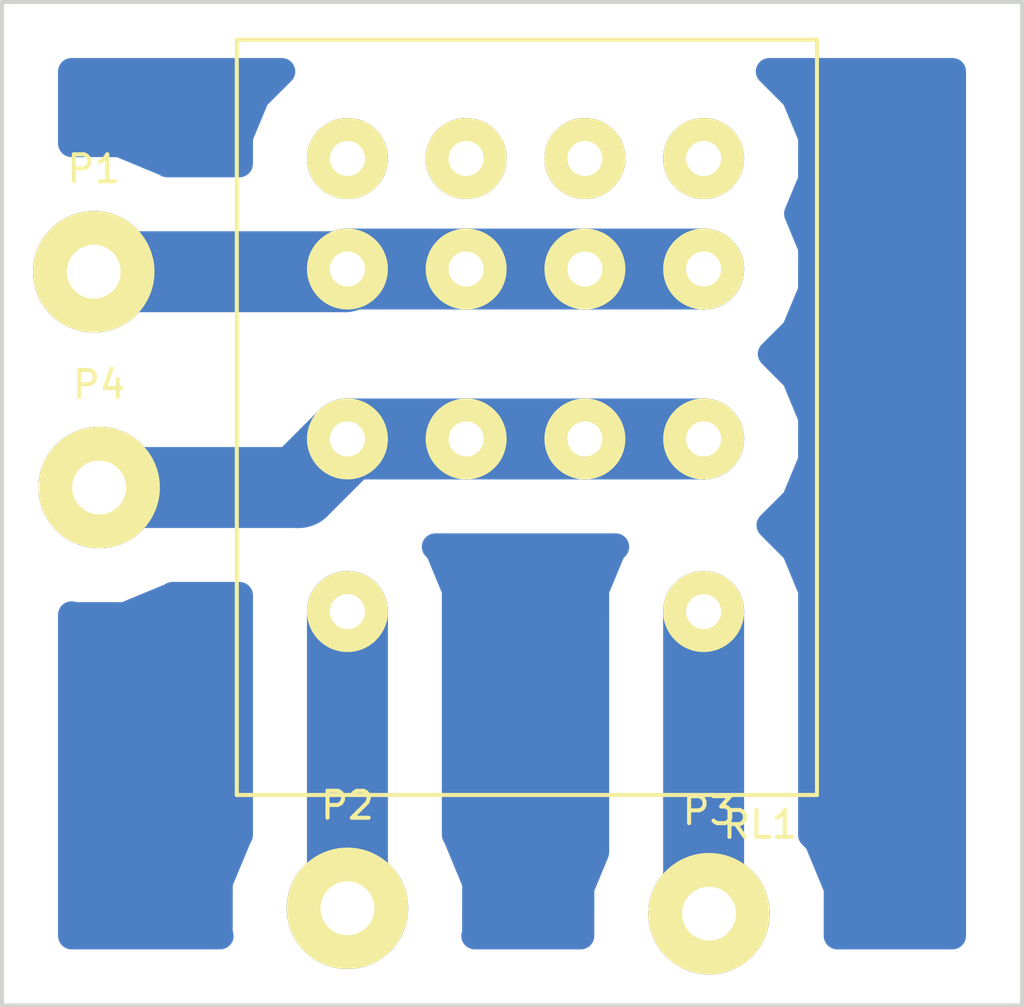
<source format=kicad_pcb>
(kicad_pcb (version 4) (host pcbnew 4.0.2-stable)

  (general
    (links 10)
    (no_connects 0)
    (area 98.524999 71.724999 136.475001 110.385)
    (thickness 1.6)
    (drawings 4)
    (tracks 13)
    (zones 0)
    (modules 5)
    (nets 9)
  )

  (page A4)
  (layers
    (0 F.Cu jumper)
    (31 B.Cu signal)
    (37 F.SilkS user)
    (44 Edge.Cuts user)
    (45 Margin user)
  )

  (setup
    (last_trace_width 3)
    (trace_clearance 0.2)
    (zone_clearance 2)
    (zone_45_only no)
    (trace_min 0.2)
    (segment_width 0.2)
    (edge_width 0.15)
    (via_size 0.6)
    (via_drill 0.4)
    (via_min_size 0.4)
    (via_min_drill 0.3)
    (uvia_size 0.3)
    (uvia_drill 0.1)
    (uvias_allowed no)
    (uvia_min_size 0.2)
    (uvia_min_drill 0.1)
    (pcb_text_width 0.3)
    (pcb_text_size 1.5 1.5)
    (mod_edge_width 0.15)
    (mod_text_size 1 1)
    (mod_text_width 0.15)
    (pad_size 4.50088 4.50088)
    (pad_drill 1.99898)
    (pad_to_mask_clearance 0.2)
    (aux_axis_origin 0 0)
    (visible_elements FFFFFF7F)
    (pcbplotparams
      (layerselection 0x00000_80000000)
      (usegerberextensions false)
      (excludeedgelayer false)
      (linewidth 0.100000)
      (plotframeref false)
      (viasonmask false)
      (mode 1)
      (useauxorigin false)
      (hpglpennumber 1)
      (hpglpenspeed 20)
      (hpglpendiameter 15)
      (hpglpenoverlay 2)
      (psnegative false)
      (psa4output false)
      (plotreference true)
      (plotvalue true)
      (plotinvisibletext false)
      (padsonsilk false)
      (subtractmaskfromsilk false)
      (outputformat 4)
      (mirror true)
      (drillshape 1)
      (scaleselection 1)
      (outputdirectory ""))
  )

  (net 0 "")
  (net 1 "Net-(P1-Pad1)")
  (net 2 "Net-(P2-Pad1)")
  (net 3 "Net-(P3-Pad1)")
  (net 4 "Net-(P4-Pad1)")
  (net 5 "Net-(RL1-Pad4)")
  (net 6 "Net-(RL1-Pad3)")
  (net 7 "Net-(RL1-Pad2)")
  (net 8 "Net-(RL1-Pad1)")

  (net_class Default "This is the default net class."
    (clearance 0.2)
    (trace_width 3)
    (via_dia 0.6)
    (via_drill 0.4)
    (uvia_dia 0.3)
    (uvia_drill 0.1)
    (add_net "Net-(P1-Pad1)")
    (add_net "Net-(P2-Pad1)")
    (add_net "Net-(P3-Pad1)")
    (add_net "Net-(P4-Pad1)")
    (add_net "Net-(RL1-Pad1)")
    (add_net "Net-(RL1-Pad2)")
    (add_net "Net-(RL1-Pad3)")
    (add_net "Net-(RL1-Pad4)")
  )

  (module Wire_Pads:SolderWirePad_single_2mmDrill (layer F.Cu) (tedit 0) (tstamp 57A9743A)
    (at 102 81.8)
    (path /579DE6ED)
    (fp_text reference P1 (at 0 -3.81) (layer F.SilkS)
      (effects (font (size 1 1) (thickness 0.15)))
    )
    (fp_text value P1 (at -0.635 3.81) (layer F.Fab)
      (effects (font (size 1 1) (thickness 0.15)))
    )
    (pad 1 thru_hole circle (at 0 0) (size 4.50088 4.50088) (drill 1.99898) (layers *.Cu *.Mask F.SilkS)
      (net 1 "Net-(P1-Pad1)"))
  )

  (module Wire_Pads:SolderWirePad_single_2mmDrill (layer F.Cu) (tedit 0) (tstamp 57A9743F)
    (at 111.4 105.4)
    (path /579DE61E)
    (fp_text reference P2 (at 0 -3.81) (layer F.SilkS)
      (effects (font (size 1 1) (thickness 0.15)))
    )
    (fp_text value R1 (at -0.635 3.81) (layer F.Fab)
      (effects (font (size 1 1) (thickness 0.15)))
    )
    (pad 1 thru_hole circle (at 0 0) (size 4.50088 4.50088) (drill 1.99898) (layers *.Cu *.Mask F.SilkS)
      (net 2 "Net-(P2-Pad1)"))
  )

  (module Wire_Pads:SolderWirePad_single_2mmDrill (layer F.Cu) (tedit 0) (tstamp 57A97444)
    (at 124.8 105.6)
    (path /579DE665)
    (fp_text reference P3 (at 0 -3.81) (layer F.SilkS)
      (effects (font (size 1 1) (thickness 0.15)))
    )
    (fp_text value R2 (at -0.635 3.81) (layer F.Fab)
      (effects (font (size 1 1) (thickness 0.15)))
    )
    (pad 1 thru_hole circle (at 0 0) (size 4.50088 4.50088) (drill 1.99898) (layers *.Cu *.Mask F.SilkS)
      (net 3 "Net-(P3-Pad1)"))
  )

  (module Wire_Pads:SolderWirePad_single_2mmDrill (layer F.Cu) (tedit 0) (tstamp 57A97449)
    (at 102.2 89.8)
    (path /579DE6A7)
    (fp_text reference P4 (at 0 -3.81) (layer F.SilkS)
      (effects (font (size 1 1) (thickness 0.15)))
    )
    (fp_text value P2 (at -0.635 3.81) (layer F.Fab)
      (effects (font (size 1 1) (thickness 0.15)))
    )
    (pad 1 thru_hole circle (at 0 0) (size 4.50088 4.50088) (drill 1.99898) (layers *.Cu *.Mask F.SilkS)
      (net 4 "Net-(P4-Pad1)"))
  )

  (module relays:Relay_4RT_Hongfa_HF18FF (layer F.Cu) (tedit 579DDE0A) (tstamp 57A9745F)
    (at 111.4 77.6)
    (path /579DE5E9)
    (fp_text reference RL1 (at 15.3 24.7) (layer F.SilkS)
      (effects (font (size 1 1) (thickness 0.15)))
    )
    (fp_text value RELAY-4RT (at 6.9 22.2) (layer F.Fab)
      (effects (font (size 1 1) (thickness 0.15)))
    )
    (fp_line (start -4.1 -4.4) (end 17.4 -4.4) (layer F.SilkS) (width 0.15))
    (fp_line (start 17.4 -4.4) (end 17.4 23.6) (layer F.SilkS) (width 0.15))
    (fp_line (start 17.4 23.6) (end -4.1 23.6) (layer F.SilkS) (width 0.15))
    (fp_line (start -4.1 23.6) (end -4.1 -4.4) (layer F.SilkS) (width 0.15))
    (pad 14 thru_hole circle (at 13.2 16.8) (size 3 3) (drill 1.3) (layers *.Cu *.Mask F.SilkS)
      (net 3 "Net-(P3-Pad1)"))
    (pad 13 thru_hole circle (at 0 16.8) (size 3 3) (drill 1.3) (layers *.Cu *.Mask F.SilkS)
      (net 2 "Net-(P2-Pad1)"))
    (pad 12 thru_hole circle (at 13.2 10.4) (size 3 3) (drill 1.3) (layers *.Cu *.Mask F.SilkS)
      (net 4 "Net-(P4-Pad1)"))
    (pad 11 thru_hole circle (at 8.8 10.4) (size 3 3) (drill 1.3) (layers *.Cu *.Mask F.SilkS)
      (net 4 "Net-(P4-Pad1)"))
    (pad 10 thru_hole circle (at 4.4 10.4) (size 3 3) (drill 1.3) (layers *.Cu *.Mask F.SilkS)
      (net 4 "Net-(P4-Pad1)"))
    (pad 9 thru_hole circle (at 0 10.4) (size 3 3) (drill 1.3) (layers *.Cu *.Mask F.SilkS)
      (net 4 "Net-(P4-Pad1)"))
    (pad 8 thru_hole circle (at 13.2 4.1) (size 3 3) (drill 1.3) (layers *.Cu *.Mask F.SilkS)
      (net 1 "Net-(P1-Pad1)"))
    (pad 6 thru_hole circle (at 4.4 4.1) (size 3 3) (drill 1.3) (layers *.Cu *.Mask F.SilkS)
      (net 1 "Net-(P1-Pad1)"))
    (pad 7 thru_hole circle (at 8.8 4.1) (size 3 3) (drill 1.3) (layers *.Cu *.Mask F.SilkS)
      (net 1 "Net-(P1-Pad1)"))
    (pad 5 thru_hole circle (at 0 4.1) (size 3 3) (drill 1.3) (layers *.Cu *.Mask F.SilkS)
      (net 1 "Net-(P1-Pad1)"))
    (pad 4 thru_hole circle (at 13.2 0) (size 3 3) (drill 1.3) (layers *.Cu *.Mask F.SilkS)
      (net 5 "Net-(RL1-Pad4)"))
    (pad 3 thru_hole circle (at 8.8 0) (size 3 3) (drill 1.3) (layers *.Cu *.Mask F.SilkS)
      (net 6 "Net-(RL1-Pad3)"))
    (pad 2 thru_hole circle (at 4.4 0) (size 3 3) (drill 1.3) (layers *.Cu *.Mask F.SilkS)
      (net 7 "Net-(RL1-Pad2)"))
    (pad 1 thru_hole circle (at 0 0) (size 3 3) (drill 1.3) (layers *.Cu *.Mask F.SilkS)
      (net 8 "Net-(RL1-Pad1)"))
  )

  (gr_line (start 136.4 71.8) (end 98.6 71.8) (angle 90) (layer Edge.Cuts) (width 0.15))
  (gr_line (start 136.4 109) (end 136.4 71.8) (angle 90) (layer Edge.Cuts) (width 0.15))
  (gr_line (start 98.6 109) (end 136.4 109) (angle 90) (layer Edge.Cuts) (width 0.15))
  (gr_line (start 98.6 71.8) (end 98.6 109) (angle 90) (layer Edge.Cuts) (width 0.15))

  (segment (start 115.8 81.7) (end 120.2 81.7) (width 3) (layer B.Cu) (net 1) (status C00000))
  (segment (start 120.2 81.7) (end 124.6 81.7) (width 3) (layer B.Cu) (net 1) (tstamp 57A974B1) (status C00000))
  (segment (start 111.4 81.7) (end 115.8 81.7) (width 3) (layer B.Cu) (net 1) (status C00000))
  (segment (start 102 81.8) (end 111.3 81.8) (width 3) (layer B.Cu) (net 1))
  (segment (start 111.3 81.8) (end 111.4 81.7) (width 3) (layer B.Cu) (net 1) (tstamp 57A974A9))
  (segment (start 111.4 94.4) (end 111.4 105.4) (width 3) (layer B.Cu) (net 2) (status C00000))
  (segment (start 124.6 94.4) (end 124.6 105.4) (width 3) (layer B.Cu) (net 3) (status C00000))
  (segment (start 124.6 105.4) (end 124.8 105.6) (width 3) (layer B.Cu) (net 3) (tstamp 57A974B6) (status C00000))
  (segment (start 102.2 89.8) (end 109.6 89.8) (width 3) (layer B.Cu) (net 4))
  (segment (start 109.6 89.8) (end 111.4 88) (width 3) (layer B.Cu) (net 4) (tstamp 57A974A1))
  (segment (start 111.4 88) (end 115.8 88) (width 3) (layer B.Cu) (net 4) (tstamp 57A974A2))
  (segment (start 115.8 88) (end 120.2 88) (width 3) (layer B.Cu) (net 4) (tstamp 57A974A3))
  (segment (start 120.2 88) (end 124.6 88) (width 3) (layer B.Cu) (net 4) (tstamp 57A974A4))

  (zone (net 0) (net_name "") (layer B.Cu) (tstamp 57A974B9) (hatch edge 0.508)
    (connect_pads no (clearance 2))
    (min_thickness 1)
    (fill yes (arc_segments 16) (thermal_gap 0.508) (thermal_bridge_width 1))
    (polygon
      (pts
        (xy 136.4 109) (xy 98.6 109) (xy 98.6 71.8) (xy 136.4 71.8) (xy 136.4 109)
      )
    )
    (filled_polygon
      (pts
        (xy 107.399307 95.192159) (xy 107.4 95.193836) (xy 107.4 102.680742) (xy 107.375121 102.705578) (xy 106.650386 104.450933)
        (xy 106.648737 106.340775) (xy 106.683538 106.425) (xy 101.175 106.425) (xy 101.175 94.518084) (xy 101.250933 94.549614)
        (xy 103.140775 94.551263) (xy 104.887393 93.829576) (xy 104.917021 93.8) (xy 107.400521 93.8)
      )
    )
    (filled_polygon
      (pts
        (xy 116.592159 92.000693) (xy 116.593836 92) (xy 120.197656 92) (xy 120.992159 92.000693) (xy 120.993836 92)
        (xy 121.342394 92) (xy 121.210942 92.131223) (xy 120.600695 93.60086) (xy 120.599307 95.192159) (xy 120.6 95.193836)
        (xy 120.6 103.327316) (xy 120.050386 104.650933) (xy 120.048838 106.425) (xy 116.118084 106.425) (xy 116.149614 106.349067)
        (xy 116.151263 104.459225) (xy 115.429576 102.712607) (xy 115.4 102.682979) (xy 115.4 94.402344) (xy 115.400693 93.607841)
        (xy 114.793013 92.137142) (xy 114.65611 92) (xy 115.797656 92)
      )
    )
    (filled_polygon
      (pts
        (xy 133.825 106.425) (xy 129.549722 106.425) (xy 129.551263 104.659225) (xy 128.829576 102.912607) (xy 128.6 102.68263)
        (xy 128.6 94.402344) (xy 128.600693 93.607841) (xy 127.993013 92.137142) (xy 127.056858 91.199351) (xy 127.989058 90.268777)
        (xy 128.599305 88.79914) (xy 128.600693 87.207841) (xy 127.993013 85.737142) (xy 127.106858 84.849439) (xy 127.989058 83.968777)
        (xy 128.599305 82.49914) (xy 128.600693 80.907841) (xy 128.080434 79.648718) (xy 128.599305 78.39914) (xy 128.600693 76.807841)
        (xy 127.993013 75.337142) (xy 127.032549 74.375) (xy 133.825 74.375)
      )
    )
    (filled_polygon
      (pts
        (xy 108.010942 75.331223) (xy 107.400695 76.80086) (xy 107.399824 77.8) (xy 104.719258 77.8) (xy 104.694422 77.775121)
        (xy 102.949067 77.050386) (xy 101.175 77.048838) (xy 101.175 74.375) (xy 108.968835 74.375)
      )
    )
  )
)

</source>
